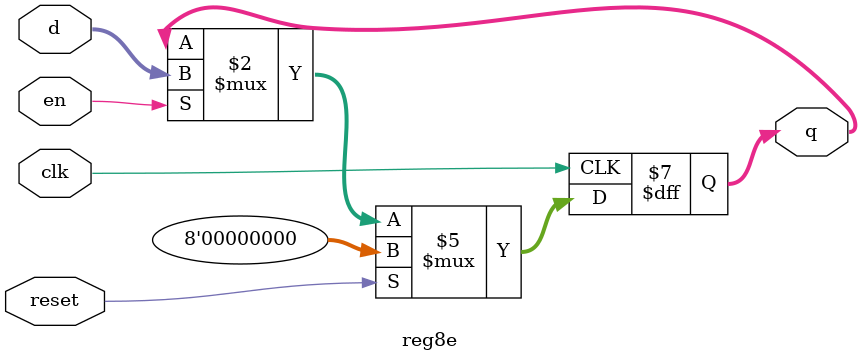
<source format=v>
`timescale 1ns / 1ps
module reg8e(
    input clk,
    input reset,
    input en,
    input [7:0] d,
    output reg [7:0] q
    );

	always @(posedge clk)
	begin
		if(reset) q <= 8'b00000000;
		else if(en) q <= d;
	end
	
endmodule

</source>
